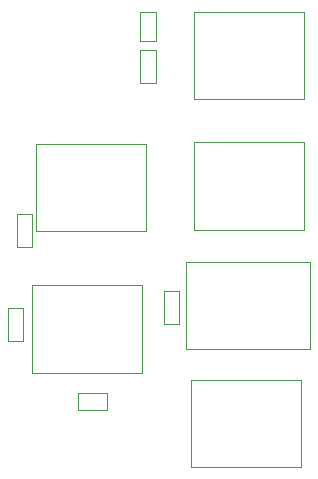
<source format=gbr>
G04 #@! TF.FileFunction,Other,User*
%FSLAX46Y46*%
G04 Gerber Fmt 4.6, Leading zero omitted, Abs format (unit mm)*
G04 Created by KiCad (PCBNEW 4.0.7) date 07/31/18 16:17:15*
%MOMM*%
%LPD*%
G01*
G04 APERTURE LIST*
%ADD10C,0.100000*%
%ADD11C,0.050000*%
G04 APERTURE END LIST*
D10*
D11*
X79948800Y-61496400D02*
X79948800Y-58696400D01*
X79948800Y-61496400D02*
X78648800Y-61496400D01*
X78648800Y-58696400D02*
X79948800Y-58696400D01*
X78648800Y-58696400D02*
X78648800Y-61496400D01*
X77917280Y-66661840D02*
X77917280Y-69461840D01*
X77917280Y-66661840D02*
X79217280Y-66661840D01*
X79217280Y-69461840D02*
X77917280Y-69461840D01*
X79217280Y-69461840D02*
X79217280Y-66661840D01*
X90439000Y-47628000D02*
X90439000Y-44828000D01*
X90439000Y-47628000D02*
X89139000Y-47628000D01*
X89139000Y-44828000D02*
X90439000Y-44828000D01*
X89139000Y-44828000D02*
X89139000Y-47628000D01*
X83827300Y-75299800D02*
X86327300Y-75299800D01*
X83827300Y-75299800D02*
X83827300Y-73899800D01*
X86327300Y-73899800D02*
X86327300Y-75299800D01*
X86327300Y-73899800D02*
X83827300Y-73899800D01*
X90489000Y-44099800D02*
X90489000Y-41599800D01*
X90489000Y-44099800D02*
X89089000Y-44099800D01*
X89089000Y-41599800D02*
X90489000Y-41599800D01*
X89089000Y-41599800D02*
X89089000Y-44099800D01*
X93673400Y-41603440D02*
X102973400Y-41603440D01*
X93673400Y-49003440D02*
X102973400Y-49003440D01*
X93673400Y-41603440D02*
X93673400Y-49003440D01*
X102973400Y-41603440D02*
X102973400Y-49003440D01*
X79932000Y-64765700D02*
X89232000Y-64765700D01*
X79932000Y-72165700D02*
X89232000Y-72165700D01*
X79932000Y-64765700D02*
X79932000Y-72165700D01*
X89232000Y-64765700D02*
X89232000Y-72165700D01*
X102719400Y-80171780D02*
X93419400Y-80171780D01*
X102719400Y-72771780D02*
X93419400Y-72771780D01*
X102719400Y-80171780D02*
X102719400Y-72771780D01*
X93419400Y-80171780D02*
X93419400Y-72771780D01*
X92404960Y-68064840D02*
X92404960Y-65264840D01*
X92404960Y-68064840D02*
X91104960Y-68064840D01*
X91104960Y-65264840D02*
X92404960Y-65264840D01*
X91104960Y-65264840D02*
X91104960Y-68064840D01*
X103487040Y-70197200D02*
X92987040Y-70197200D01*
X103487040Y-62797200D02*
X92987040Y-62797200D01*
X103487040Y-70197200D02*
X103487040Y-62797200D01*
X92987040Y-70197200D02*
X92987040Y-62797200D01*
X80328240Y-52789600D02*
X89628240Y-52789600D01*
X80328240Y-60189600D02*
X89628240Y-60189600D01*
X80328240Y-52789600D02*
X80328240Y-60189600D01*
X89628240Y-52789600D02*
X89628240Y-60189600D01*
X102948000Y-60049900D02*
X93648000Y-60049900D01*
X102948000Y-52649900D02*
X93648000Y-52649900D01*
X102948000Y-60049900D02*
X102948000Y-52649900D01*
X93648000Y-60049900D02*
X93648000Y-52649900D01*
M02*

</source>
